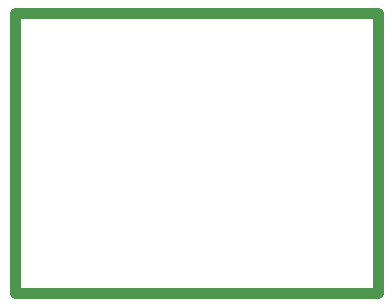
<source format=gko>
G04 Layer: BoardOutlineLayer*
G04 EasyEDA v6.5.22, 2023-01-21 16:45:32*
G04 4a6858e99da5455eb5449b68f4786d1d,dfc3211adda64e72838fb7ae4655844f,10*
G04 Gerber Generator version 0.2*
G04 Scale: 100 percent, Rotated: No, Reflected: No *
G04 Dimensions in millimeters *
G04 leading zeros omitted , absolute positions ,4 integer and 5 decimal *
%FSLAX45Y45*%
%MOMM*%

%ADD10C,0.9000*%
D10*
X2565400Y5346700D02*
G01*
X2565400Y2971800D01*
X5638800Y2971800D01*
X5638800Y5346700D01*
X2565400Y5346700D01*

%LPD*%
M02*

</source>
